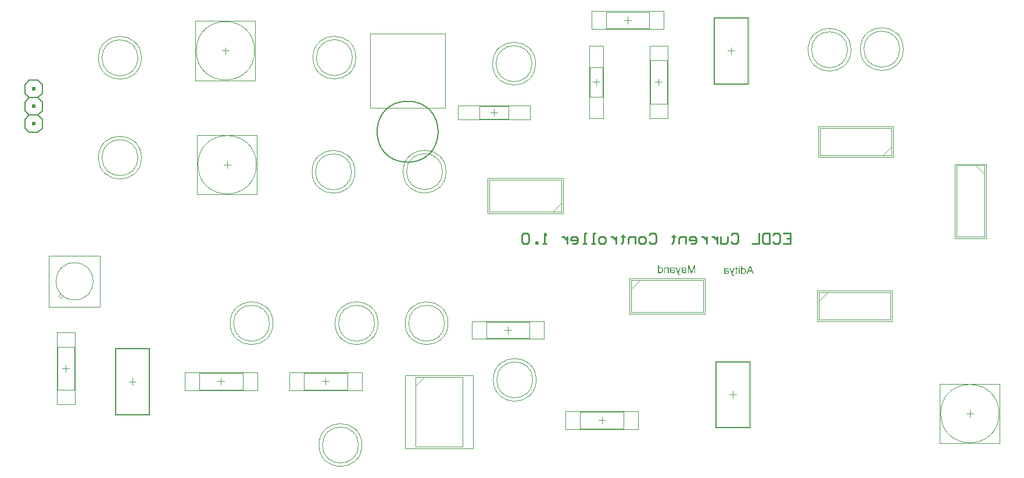
<source format=gbo>
G04*
G04 #@! TF.GenerationSoftware,Altium Limited,Altium Designer,21.2.2 (38)*
G04*
G04 Layer_Color=32896*
%FSLAX25Y25*%
%MOIN*%
G70*
G04*
G04 #@! TF.SameCoordinates,821FD0D4-0334-4DB9-88A1-7179C856D29A*
G04*
G04*
G04 #@! TF.FilePolarity,Positive*
G04*
G01*
G75*
%ADD10C,0.00787*%
%ADD12C,0.00394*%
%ADD13C,0.01000*%
%ADD16C,0.00600*%
%ADD17C,0.00197*%
G36*
X219000Y423500D02*
X217000D01*
Y425500D01*
X219000D01*
Y423500D01*
D02*
G37*
G36*
Y413500D02*
X217000D01*
Y415500D01*
X219000D01*
Y413500D01*
D02*
G37*
G36*
Y403500D02*
X217000D01*
Y405500D01*
X219000D01*
Y403500D01*
D02*
G37*
G36*
X622913Y322171D02*
X622362D01*
Y322800D01*
X622913D01*
Y322171D01*
D02*
G37*
G36*
X591111Y322133D02*
X591247Y322120D01*
X591376Y322101D01*
X591480Y322081D01*
X591571Y322062D01*
X591636Y322042D01*
X591662Y322036D01*
X591681Y322029D01*
X591687Y322023D01*
X591694D01*
X591804Y321978D01*
X591901Y321919D01*
X591986Y321867D01*
X592057Y321816D01*
X592109Y321764D01*
X592147Y321725D01*
X592173Y321699D01*
X592180Y321693D01*
X592238Y321608D01*
X592290Y321518D01*
X592329Y321427D01*
X592361Y321343D01*
X592387Y321258D01*
X592407Y321200D01*
X592413Y321174D01*
Y321155D01*
X592420Y321148D01*
Y321142D01*
X591882Y321071D01*
X591843Y321187D01*
X591804Y321291D01*
X591759Y321375D01*
X591720Y321440D01*
X591681Y321492D01*
X591649Y321524D01*
X591623Y321544D01*
X591616Y321550D01*
X591538Y321595D01*
X591448Y321628D01*
X591351Y321654D01*
X591260Y321667D01*
X591169Y321680D01*
X591104Y321686D01*
X591039D01*
X590890Y321680D01*
X590761Y321660D01*
X590657Y321628D01*
X590566Y321595D01*
X590502Y321556D01*
X590450Y321531D01*
X590417Y321505D01*
X590411Y321498D01*
X590359Y321440D01*
X590320Y321369D01*
X590288Y321291D01*
X590268Y321213D01*
X590255Y321142D01*
X590249Y321077D01*
Y321038D01*
Y321032D01*
Y321025D01*
Y321012D01*
Y320986D01*
Y320941D01*
X590255Y320902D01*
Y320889D01*
Y320883D01*
X590320Y320863D01*
X590391Y320844D01*
X590541Y320805D01*
X590709Y320772D01*
X590865Y320740D01*
X590942Y320727D01*
X591013Y320721D01*
X591078Y320708D01*
X591130Y320701D01*
X591176Y320695D01*
X591208D01*
X591234Y320688D01*
X591240D01*
X591357Y320675D01*
X591454Y320656D01*
X591538Y320643D01*
X591603Y320630D01*
X591655Y320623D01*
X591694Y320610D01*
X591720Y320604D01*
X591726D01*
X591811Y320578D01*
X591882Y320552D01*
X591953Y320520D01*
X592011Y320494D01*
X592063Y320468D01*
X592096Y320442D01*
X592122Y320429D01*
X592128Y320423D01*
X592193Y320377D01*
X592245Y320325D01*
X592297Y320273D01*
X592335Y320222D01*
X592368Y320176D01*
X592394Y320137D01*
X592407Y320111D01*
X592413Y320105D01*
X592446Y320034D01*
X592472Y319956D01*
X592491Y319885D01*
X592504Y319813D01*
X592510Y319755D01*
X592517Y319710D01*
Y319684D01*
Y319671D01*
X592510Y319593D01*
X592504Y319528D01*
X592472Y319392D01*
X592426Y319282D01*
X592374Y319185D01*
X592322Y319107D01*
X592277Y319049D01*
X592245Y319016D01*
X592232Y319003D01*
X592115Y318919D01*
X591986Y318854D01*
X591843Y318809D01*
X591713Y318777D01*
X591597Y318757D01*
X591545Y318751D01*
X591500D01*
X591461Y318744D01*
X591409D01*
X591292Y318751D01*
X591176Y318764D01*
X591072Y318777D01*
X590981Y318796D01*
X590910Y318815D01*
X590851Y318835D01*
X590813Y318841D01*
X590800Y318848D01*
X590690Y318893D01*
X590586Y318952D01*
X590489Y319016D01*
X590391Y319075D01*
X590314Y319133D01*
X590255Y319178D01*
X590216Y319211D01*
X590210Y319224D01*
X590204D01*
X590191Y319139D01*
X590178Y319062D01*
X590165Y318990D01*
X590145Y318932D01*
X590126Y318880D01*
X590113Y318848D01*
X590106Y318822D01*
X590100Y318815D01*
X589523D01*
X589556Y318887D01*
X589588Y318958D01*
X589614Y319023D01*
X589627Y319081D01*
X589646Y319133D01*
X589653Y319172D01*
X589659Y319198D01*
Y319204D01*
X589666Y319250D01*
X589672Y319308D01*
Y319373D01*
X589679Y319444D01*
X589685Y319606D01*
Y319768D01*
X589692Y319923D01*
Y319995D01*
Y320053D01*
Y320105D01*
Y320144D01*
Y320170D01*
Y320176D01*
Y320915D01*
Y321038D01*
X589698Y321148D01*
X589705Y321233D01*
Y321304D01*
X589711Y321356D01*
X589717Y321394D01*
X589724Y321414D01*
Y321420D01*
X589743Y321505D01*
X589769Y321576D01*
X589795Y321634D01*
X589828Y321693D01*
X589854Y321731D01*
X589873Y321764D01*
X589886Y321783D01*
X589892Y321790D01*
X589944Y321842D01*
X590003Y321893D01*
X590067Y321932D01*
X590132Y321971D01*
X590191Y321997D01*
X590236Y322017D01*
X590268Y322029D01*
X590281Y322036D01*
X590385Y322068D01*
X590495Y322094D01*
X590605Y322114D01*
X590715Y322127D01*
X590813Y322133D01*
X590884Y322140D01*
X590955D01*
X591111Y322133D01*
D02*
G37*
G36*
X584488D02*
X584624Y322120D01*
X584754Y322101D01*
X584858Y322081D01*
X584948Y322062D01*
X585013Y322042D01*
X585039Y322036D01*
X585058Y322029D01*
X585065Y322023D01*
X585071D01*
X585182Y321978D01*
X585279Y321919D01*
X585363Y321867D01*
X585434Y321816D01*
X585486Y321764D01*
X585525Y321725D01*
X585551Y321699D01*
X585557Y321693D01*
X585616Y321608D01*
X585668Y321518D01*
X585706Y321427D01*
X585739Y321343D01*
X585765Y321258D01*
X585784Y321200D01*
X585791Y321174D01*
Y321155D01*
X585797Y321148D01*
Y321142D01*
X585259Y321071D01*
X585220Y321187D01*
X585182Y321291D01*
X585136Y321375D01*
X585097Y321440D01*
X585058Y321492D01*
X585026Y321524D01*
X585000Y321544D01*
X584994Y321550D01*
X584916Y321595D01*
X584825Y321628D01*
X584728Y321654D01*
X584637Y321667D01*
X584547Y321680D01*
X584482Y321686D01*
X584417D01*
X584268Y321680D01*
X584138Y321660D01*
X584035Y321628D01*
X583944Y321595D01*
X583879Y321556D01*
X583827Y321531D01*
X583795Y321505D01*
X583788Y321498D01*
X583737Y321440D01*
X583698Y321369D01*
X583665Y321291D01*
X583646Y321213D01*
X583633Y321142D01*
X583626Y321077D01*
Y321038D01*
Y321032D01*
Y321025D01*
Y321012D01*
Y320986D01*
Y320941D01*
X583633Y320902D01*
Y320889D01*
Y320883D01*
X583698Y320863D01*
X583769Y320844D01*
X583918Y320805D01*
X584086Y320772D01*
X584242Y320740D01*
X584320Y320727D01*
X584391Y320721D01*
X584456Y320708D01*
X584508Y320701D01*
X584553Y320695D01*
X584585D01*
X584611Y320688D01*
X584618D01*
X584734Y320675D01*
X584832Y320656D01*
X584916Y320643D01*
X584981Y320630D01*
X585033Y320623D01*
X585071Y320610D01*
X585097Y320604D01*
X585104D01*
X585188Y320578D01*
X585259Y320552D01*
X585331Y320520D01*
X585389Y320494D01*
X585441Y320468D01*
X585473Y320442D01*
X585499Y320429D01*
X585505Y320423D01*
X585570Y320377D01*
X585622Y320325D01*
X585674Y320273D01*
X585713Y320222D01*
X585745Y320176D01*
X585771Y320137D01*
X585784Y320111D01*
X585791Y320105D01*
X585823Y320034D01*
X585849Y319956D01*
X585868Y319885D01*
X585881Y319813D01*
X585888Y319755D01*
X585894Y319710D01*
Y319684D01*
Y319671D01*
X585888Y319593D01*
X585881Y319528D01*
X585849Y319392D01*
X585804Y319282D01*
X585752Y319185D01*
X585700Y319107D01*
X585655Y319049D01*
X585622Y319016D01*
X585609Y319003D01*
X585493Y318919D01*
X585363Y318854D01*
X585220Y318809D01*
X585091Y318777D01*
X584974Y318757D01*
X584922Y318751D01*
X584877D01*
X584838Y318744D01*
X584786D01*
X584670Y318751D01*
X584553Y318764D01*
X584449Y318777D01*
X584359Y318796D01*
X584287Y318815D01*
X584229Y318835D01*
X584190Y318841D01*
X584177Y318848D01*
X584067Y318893D01*
X583963Y318952D01*
X583866Y319016D01*
X583769Y319075D01*
X583691Y319133D01*
X583633Y319178D01*
X583594Y319211D01*
X583587Y319224D01*
X583581D01*
X583568Y319139D01*
X583555Y319062D01*
X583542Y318990D01*
X583523Y318932D01*
X583503Y318880D01*
X583490Y318848D01*
X583484Y318822D01*
X583477Y318815D01*
X582901D01*
X582933Y318887D01*
X582965Y318958D01*
X582991Y319023D01*
X583004Y319081D01*
X583024Y319133D01*
X583030Y319172D01*
X583037Y319198D01*
Y319204D01*
X583043Y319250D01*
X583050Y319308D01*
Y319373D01*
X583056Y319444D01*
X583063Y319606D01*
Y319768D01*
X583069Y319923D01*
Y319995D01*
Y320053D01*
Y320105D01*
Y320144D01*
Y320170D01*
Y320176D01*
Y320915D01*
Y321038D01*
X583076Y321148D01*
X583082Y321233D01*
Y321304D01*
X583088Y321356D01*
X583095Y321394D01*
X583101Y321414D01*
Y321420D01*
X583121Y321505D01*
X583147Y321576D01*
X583173Y321634D01*
X583205Y321693D01*
X583231Y321731D01*
X583251Y321764D01*
X583263Y321783D01*
X583270Y321790D01*
X583322Y321842D01*
X583380Y321893D01*
X583445Y321932D01*
X583510Y321971D01*
X583568Y321997D01*
X583613Y322017D01*
X583646Y322029D01*
X583659Y322036D01*
X583762Y322068D01*
X583873Y322094D01*
X583983Y322114D01*
X584093Y322127D01*
X584190Y322133D01*
X584261Y322140D01*
X584333D01*
X584488Y322133D01*
D02*
G37*
G36*
X615422Y321633D02*
X615558Y321620D01*
X615688Y321601D01*
X615791Y321581D01*
X615882Y321562D01*
X615947Y321543D01*
X615973Y321536D01*
X615992Y321530D01*
X615999Y321523D01*
X616005D01*
X616115Y321478D01*
X616213Y321419D01*
X616297Y321368D01*
X616368Y321316D01*
X616420Y321264D01*
X616459Y321225D01*
X616485Y321199D01*
X616491Y321193D01*
X616550Y321108D01*
X616601Y321018D01*
X616640Y320927D01*
X616673Y320843D01*
X616699Y320758D01*
X616718Y320700D01*
X616725Y320674D01*
Y320655D01*
X616731Y320648D01*
Y320642D01*
X616193Y320570D01*
X616154Y320687D01*
X616115Y320791D01*
X616070Y320875D01*
X616031Y320940D01*
X615992Y320992D01*
X615960Y321024D01*
X615934Y321043D01*
X615928Y321050D01*
X615850Y321095D01*
X615759Y321128D01*
X615662Y321154D01*
X615571Y321167D01*
X615480Y321180D01*
X615416Y321186D01*
X615351D01*
X615202Y321180D01*
X615072Y321160D01*
X614968Y321128D01*
X614878Y321095D01*
X614813Y321057D01*
X614761Y321031D01*
X614729Y321005D01*
X614722Y320998D01*
X614670Y320940D01*
X614632Y320869D01*
X614599Y320791D01*
X614580Y320713D01*
X614567Y320642D01*
X614560Y320577D01*
Y320538D01*
Y320532D01*
Y320525D01*
Y320512D01*
Y320486D01*
Y320441D01*
X614567Y320402D01*
Y320389D01*
Y320383D01*
X614632Y320363D01*
X614703Y320344D01*
X614852Y320305D01*
X615020Y320272D01*
X615176Y320240D01*
X615254Y320227D01*
X615325Y320221D01*
X615390Y320208D01*
X615442Y320201D01*
X615487Y320195D01*
X615519D01*
X615545Y320188D01*
X615552D01*
X615668Y320175D01*
X615765Y320156D01*
X615850Y320143D01*
X615915Y320130D01*
X615966Y320123D01*
X616005Y320110D01*
X616031Y320104D01*
X616038D01*
X616122Y320078D01*
X616193Y320052D01*
X616264Y320020D01*
X616323Y319994D01*
X616375Y319968D01*
X616407Y319942D01*
X616433Y319929D01*
X616439Y319922D01*
X616504Y319877D01*
X616556Y319825D01*
X616608Y319773D01*
X616647Y319722D01*
X616679Y319676D01*
X616705Y319637D01*
X616718Y319611D01*
X616725Y319605D01*
X616757Y319534D01*
X616783Y319456D01*
X616802Y319385D01*
X616815Y319313D01*
X616822Y319255D01*
X616828Y319210D01*
Y319184D01*
Y319171D01*
X616822Y319093D01*
X616815Y319028D01*
X616783Y318892D01*
X616738Y318782D01*
X616686Y318685D01*
X616634Y318607D01*
X616588Y318549D01*
X616556Y318516D01*
X616543Y318503D01*
X616427Y318419D01*
X616297Y318354D01*
X616154Y318309D01*
X616025Y318277D01*
X615908Y318257D01*
X615856Y318251D01*
X615811D01*
X615772Y318244D01*
X615720D01*
X615603Y318251D01*
X615487Y318264D01*
X615383Y318277D01*
X615293Y318296D01*
X615221Y318315D01*
X615163Y318335D01*
X615124Y318341D01*
X615111Y318348D01*
X615001Y318393D01*
X614897Y318451D01*
X614800Y318516D01*
X614703Y318575D01*
X614625Y318633D01*
X614567Y318678D01*
X614528Y318711D01*
X614521Y318724D01*
X614515D01*
X614502Y318639D01*
X614489Y318562D01*
X614476Y318490D01*
X614457Y318432D01*
X614437Y318380D01*
X614424Y318348D01*
X614418Y318322D01*
X614411Y318315D01*
X613834D01*
X613867Y318387D01*
X613899Y318458D01*
X613925Y318523D01*
X613938Y318581D01*
X613958Y318633D01*
X613964Y318672D01*
X613971Y318698D01*
Y318704D01*
X613977Y318750D01*
X613983Y318808D01*
Y318873D01*
X613990Y318944D01*
X613997Y319106D01*
Y319268D01*
X614003Y319424D01*
Y319495D01*
Y319553D01*
Y319605D01*
Y319644D01*
Y319670D01*
Y319676D01*
Y320415D01*
Y320538D01*
X614009Y320648D01*
X614016Y320732D01*
Y320804D01*
X614022Y320856D01*
X614029Y320895D01*
X614035Y320914D01*
Y320920D01*
X614055Y321005D01*
X614081Y321076D01*
X614107Y321134D01*
X614139Y321193D01*
X614165Y321231D01*
X614184Y321264D01*
X614197Y321283D01*
X614204Y321290D01*
X614256Y321342D01*
X614314Y321393D01*
X614379Y321432D01*
X614444Y321471D01*
X614502Y321497D01*
X614547Y321517D01*
X614580Y321530D01*
X614593Y321536D01*
X614696Y321568D01*
X614807Y321594D01*
X614917Y321614D01*
X615027Y321627D01*
X615124Y321633D01*
X615195Y321640D01*
X615267D01*
X615422Y321633D01*
D02*
G37*
G36*
X597500Y318815D02*
X596930D01*
Y322632D01*
X595634Y318815D01*
X595102D01*
X593793Y322567D01*
Y318815D01*
X593223D01*
Y323300D01*
X594020D01*
X595096Y320176D01*
X595154Y320008D01*
X595200Y319865D01*
X595245Y319742D01*
X595277Y319638D01*
X595303Y319561D01*
X595323Y319502D01*
X595329Y319470D01*
X595336Y319457D01*
X595362Y319548D01*
X595394Y319651D01*
X595433Y319761D01*
X595465Y319872D01*
X595498Y319969D01*
X595524Y320047D01*
X595537Y320079D01*
X595543Y320098D01*
X595549Y320111D01*
Y320118D01*
X596612Y323300D01*
X597500D01*
Y318815D01*
D02*
G37*
G36*
X587929D02*
X587955Y318757D01*
X587968Y318712D01*
X587981Y318686D01*
Y318679D01*
X588020Y318569D01*
X588059Y318478D01*
X588085Y318401D01*
X588110Y318349D01*
X588123Y318310D01*
X588136Y318284D01*
X588149Y318271D01*
Y318265D01*
X588201Y318193D01*
X588260Y318142D01*
X588285Y318122D01*
X588305Y318109D01*
X588318Y318096D01*
X588324D01*
X588370Y318077D01*
X588415Y318057D01*
X588512Y318038D01*
X588551D01*
X588584Y318031D01*
X588616D01*
X588720Y318038D01*
X588823Y318057D01*
X588862Y318070D01*
X588895Y318077D01*
X588920Y318083D01*
X588927D01*
X588869Y317571D01*
X588797Y317545D01*
X588733Y317532D01*
X588674Y317519D01*
X588622Y317507D01*
X588577D01*
X588545Y317500D01*
X588519D01*
X588421Y317507D01*
X588337Y317519D01*
X588260Y317539D01*
X588195Y317565D01*
X588136Y317591D01*
X588097Y317610D01*
X588072Y317623D01*
X588065Y317630D01*
X587994Y317681D01*
X587935Y317746D01*
X587877Y317811D01*
X587825Y317876D01*
X587786Y317934D01*
X587754Y317980D01*
X587735Y318012D01*
X587728Y318025D01*
X587709Y318070D01*
X587683Y318116D01*
X587631Y318226D01*
X587579Y318349D01*
X587534Y318472D01*
X587488Y318582D01*
X587469Y318634D01*
X587450Y318679D01*
X587437Y318712D01*
X587424Y318738D01*
X587417Y318757D01*
Y318764D01*
X586179Y322068D01*
X586730D01*
X587430Y320170D01*
X587482Y320034D01*
X587521Y319904D01*
X587566Y319775D01*
X587599Y319664D01*
X587625Y319567D01*
X587637Y319528D01*
X587644Y319496D01*
X587650Y319470D01*
X587657Y319450D01*
X587663Y319438D01*
Y319431D01*
X587702Y319580D01*
X587741Y319716D01*
X587780Y319846D01*
X587819Y319956D01*
X587851Y320047D01*
X587864Y320086D01*
X587877Y320118D01*
X587884Y320150D01*
X587890Y320170D01*
X587897Y320176D01*
Y320183D01*
X588577Y322068D01*
X589160D01*
X587929Y318815D01*
D02*
G37*
G36*
X618863Y318315D02*
X618889Y318257D01*
X618902Y318212D01*
X618915Y318186D01*
Y318179D01*
X618954Y318069D01*
X618993Y317979D01*
X619019Y317901D01*
X619044Y317849D01*
X619057Y317810D01*
X619070Y317784D01*
X619083Y317771D01*
Y317765D01*
X619135Y317693D01*
X619193Y317641D01*
X619219Y317622D01*
X619239Y317609D01*
X619252Y317596D01*
X619258D01*
X619304Y317577D01*
X619349Y317557D01*
X619446Y317538D01*
X619485D01*
X619517Y317531D01*
X619550D01*
X619654Y317538D01*
X619757Y317557D01*
X619796Y317570D01*
X619829Y317577D01*
X619854Y317583D01*
X619861D01*
X619803Y317071D01*
X619731Y317045D01*
X619666Y317032D01*
X619608Y317019D01*
X619556Y317006D01*
X619511D01*
X619479Y317000D01*
X619453D01*
X619355Y317006D01*
X619271Y317019D01*
X619193Y317039D01*
X619129Y317065D01*
X619070Y317091D01*
X619031Y317110D01*
X619005Y317123D01*
X618999Y317130D01*
X618928Y317181D01*
X618869Y317246D01*
X618811Y317311D01*
X618759Y317376D01*
X618720Y317434D01*
X618688Y317479D01*
X618669Y317512D01*
X618662Y317525D01*
X618643Y317570D01*
X618617Y317616D01*
X618565Y317726D01*
X618513Y317849D01*
X618468Y317972D01*
X618422Y318082D01*
X618403Y318134D01*
X618383Y318179D01*
X618370Y318212D01*
X618358Y318238D01*
X618351Y318257D01*
Y318264D01*
X617113Y321568D01*
X617664D01*
X618364Y319670D01*
X618416Y319534D01*
X618455Y319404D01*
X618500Y319274D01*
X618533Y319164D01*
X618558Y319067D01*
X618571Y319028D01*
X618578Y318996D01*
X618584Y318970D01*
X618591Y318951D01*
X618597Y318937D01*
Y318931D01*
X618636Y319080D01*
X618675Y319216D01*
X618714Y319346D01*
X618753Y319456D01*
X618785Y319547D01*
X618798Y319585D01*
X618811Y319618D01*
X618818Y319650D01*
X618824Y319670D01*
X618831Y319676D01*
Y319683D01*
X619511Y321568D01*
X620094D01*
X618863Y318315D01*
D02*
G37*
G36*
X580821Y322133D02*
X580937Y322114D01*
X581041Y322088D01*
X581145Y322055D01*
X581235Y322017D01*
X581319Y321971D01*
X581397Y321919D01*
X581462Y321874D01*
X581527Y321822D01*
X581579Y321770D01*
X581624Y321725D01*
X581663Y321686D01*
X581689Y321654D01*
X581708Y321628D01*
X581721Y321608D01*
X581728Y321602D01*
Y322068D01*
X582220D01*
Y318815D01*
X581669D01*
Y320585D01*
Y320695D01*
X581656Y320805D01*
X581643Y320896D01*
X581631Y320980D01*
X581611Y321058D01*
X581592Y321129D01*
X581566Y321194D01*
X581540Y321245D01*
X581520Y321291D01*
X581494Y321330D01*
X581475Y321362D01*
X581456Y321388D01*
X581430Y321420D01*
X581417Y321433D01*
X581319Y321511D01*
X581216Y321563D01*
X581112Y321602D01*
X581021Y321634D01*
X580937Y321647D01*
X580872Y321654D01*
X580846Y321660D01*
X580814D01*
X580736Y321654D01*
X580658Y321647D01*
X580594Y321628D01*
X580542Y321608D01*
X580497Y321589D01*
X580458Y321576D01*
X580438Y321563D01*
X580432Y321556D01*
X580373Y321518D01*
X580322Y321472D01*
X580283Y321427D01*
X580250Y321388D01*
X580231Y321349D01*
X580211Y321317D01*
X580198Y321297D01*
Y321291D01*
X580179Y321219D01*
X580160Y321142D01*
X580147Y321058D01*
X580140Y320973D01*
X580134Y320902D01*
Y320844D01*
Y320798D01*
Y320792D01*
Y320785D01*
Y318815D01*
X579583D01*
Y320811D01*
Y320947D01*
X579589Y321058D01*
X579596Y321148D01*
Y321226D01*
X579602Y321278D01*
X579609Y321317D01*
X579615Y321343D01*
Y321349D01*
X579635Y321433D01*
X579667Y321511D01*
X579693Y321576D01*
X579719Y321641D01*
X579751Y321686D01*
X579771Y321719D01*
X579784Y321744D01*
X579790Y321751D01*
X579842Y321816D01*
X579900Y321867D01*
X579959Y321919D01*
X580023Y321958D01*
X580075Y321991D01*
X580121Y322010D01*
X580147Y322023D01*
X580160Y322029D01*
X580250Y322068D01*
X580347Y322094D01*
X580438Y322114D01*
X580522Y322127D01*
X580594Y322133D01*
X580646Y322140D01*
X580697D01*
X580821Y322133D01*
D02*
G37*
G36*
X621429Y322372D02*
Y321568D01*
X621837D01*
Y321141D01*
X621429D01*
Y319262D01*
Y319171D01*
Y319093D01*
X621423Y319022D01*
X621416Y318951D01*
Y318892D01*
X621410Y318840D01*
X621397Y318756D01*
X621384Y318691D01*
X621377Y318646D01*
X621364Y318620D01*
Y318614D01*
X621338Y318555D01*
X621299Y318510D01*
X621261Y318464D01*
X621228Y318432D01*
X621189Y318400D01*
X621163Y318380D01*
X621144Y318367D01*
X621137Y318361D01*
X621066Y318328D01*
X620995Y318309D01*
X620917Y318289D01*
X620839Y318283D01*
X620775Y318277D01*
X620723Y318270D01*
X620671D01*
X620528Y318277D01*
X620457Y318283D01*
X620392Y318296D01*
X620334Y318302D01*
X620289Y318309D01*
X620263Y318315D01*
X620250D01*
X620321Y318801D01*
X620373Y318795D01*
X620425Y318789D01*
X620470D01*
X620502Y318782D01*
X620567D01*
X620651Y318789D01*
X620710Y318801D01*
X620742Y318814D01*
X620755Y318821D01*
X620800Y318853D01*
X620826Y318886D01*
X620846Y318912D01*
X620852Y318925D01*
X620859Y318957D01*
X620865Y319002D01*
X620872Y319106D01*
X620878Y319151D01*
Y319190D01*
Y319216D01*
Y319229D01*
Y321141D01*
X620321D01*
Y321568D01*
X620878D01*
Y322702D01*
X621429Y322372D01*
D02*
G37*
G36*
X576673Y321693D02*
X576732Y321764D01*
X576796Y321822D01*
X576855Y321881D01*
X576920Y321926D01*
X576971Y321958D01*
X577010Y321991D01*
X577036Y322004D01*
X577049Y322010D01*
X577133Y322055D01*
X577224Y322088D01*
X577315Y322107D01*
X577399Y322127D01*
X577470Y322133D01*
X577522Y322140D01*
X577574D01*
X577717Y322133D01*
X577853Y322107D01*
X577976Y322075D01*
X578079Y322036D01*
X578170Y321991D01*
X578235Y321958D01*
X578261Y321945D01*
X578280Y321932D01*
X578287Y321926D01*
X578293D01*
X578410Y321842D01*
X578507Y321738D01*
X578591Y321641D01*
X578656Y321544D01*
X578708Y321453D01*
X578747Y321381D01*
X578760Y321356D01*
X578773Y321336D01*
X578779Y321323D01*
Y321317D01*
X578831Y321168D01*
X578870Y321012D01*
X578902Y320863D01*
X578922Y320727D01*
X578935Y320610D01*
Y320559D01*
X578941Y320520D01*
Y320481D01*
Y320455D01*
Y320442D01*
Y320435D01*
X578935Y320254D01*
X578915Y320086D01*
X578883Y319936D01*
X578851Y319807D01*
X578838Y319749D01*
X578825Y319703D01*
X578805Y319658D01*
X578792Y319619D01*
X578779Y319593D01*
X578773Y319574D01*
X578766Y319561D01*
Y319554D01*
X578695Y319418D01*
X578611Y319301D01*
X578527Y319198D01*
X578442Y319113D01*
X578371Y319049D01*
X578313Y318997D01*
X578274Y318971D01*
X578267Y318958D01*
X578261D01*
X578138Y318887D01*
X578015Y318835D01*
X577891Y318796D01*
X577781Y318770D01*
X577691Y318757D01*
X577613Y318751D01*
X577587Y318744D01*
X577548D01*
X577438Y318751D01*
X577334Y318764D01*
X577237Y318790D01*
X577153Y318822D01*
X577069Y318854D01*
X576991Y318893D01*
X576926Y318939D01*
X576868Y318984D01*
X576809Y319029D01*
X576764Y319075D01*
X576725Y319113D01*
X576693Y319146D01*
X576667Y319178D01*
X576647Y319204D01*
X576641Y319217D01*
X576634Y319224D01*
Y318815D01*
X576123D01*
Y323300D01*
X576673D01*
Y321693D01*
D02*
G37*
G36*
X631000Y318315D02*
X630371D01*
X629885Y319676D01*
X628006D01*
X627481Y318315D01*
X626807D01*
X628641Y322800D01*
X629289D01*
X631000Y318315D01*
D02*
G37*
G36*
X622913D02*
X622362D01*
Y321568D01*
X622913D01*
Y318315D01*
D02*
G37*
G36*
X624339Y321193D02*
X624397Y321264D01*
X624462Y321322D01*
X624520Y321380D01*
X624585Y321426D01*
X624637Y321458D01*
X624676Y321491D01*
X624701Y321504D01*
X624714Y321510D01*
X624799Y321555D01*
X624889Y321588D01*
X624980Y321607D01*
X625064Y321627D01*
X625136Y321633D01*
X625187Y321640D01*
X625239D01*
X625382Y321633D01*
X625518Y321607D01*
X625641Y321575D01*
X625745Y321536D01*
X625835Y321491D01*
X625900Y321458D01*
X625926Y321445D01*
X625946Y321432D01*
X625952Y321426D01*
X625959D01*
X626075Y321342D01*
X626172Y321238D01*
X626257Y321141D01*
X626321Y321043D01*
X626373Y320953D01*
X626412Y320882D01*
X626425Y320856D01*
X626438Y320836D01*
X626445Y320823D01*
Y320817D01*
X626496Y320668D01*
X626535Y320512D01*
X626568Y320363D01*
X626587Y320227D01*
X626600Y320110D01*
Y320059D01*
X626607Y320020D01*
Y319981D01*
Y319955D01*
Y319942D01*
Y319935D01*
X626600Y319754D01*
X626581Y319585D01*
X626548Y319437D01*
X626516Y319307D01*
X626503Y319249D01*
X626490Y319203D01*
X626471Y319158D01*
X626458Y319119D01*
X626445Y319093D01*
X626438Y319074D01*
X626432Y319061D01*
Y319054D01*
X626360Y318918D01*
X626276Y318801D01*
X626192Y318698D01*
X626108Y318614D01*
X626036Y318549D01*
X625978Y318497D01*
X625939Y318471D01*
X625933Y318458D01*
X625926D01*
X625803Y318387D01*
X625680Y318335D01*
X625557Y318296D01*
X625447Y318270D01*
X625356Y318257D01*
X625278Y318251D01*
X625252Y318244D01*
X625213D01*
X625103Y318251D01*
X625000Y318264D01*
X624902Y318289D01*
X624818Y318322D01*
X624734Y318354D01*
X624656Y318393D01*
X624591Y318439D01*
X624533Y318484D01*
X624475Y318529D01*
X624429Y318575D01*
X624390Y318614D01*
X624358Y318646D01*
X624332Y318678D01*
X624313Y318704D01*
X624306Y318717D01*
X624300Y318724D01*
Y318315D01*
X623788D01*
Y322800D01*
X624339D01*
Y321193D01*
D02*
G37*
%LPC*%
G36*
X590255Y320448D02*
X590249D01*
X590255Y320241D01*
X590262Y320111D01*
X590268Y320001D01*
X590281Y319911D01*
X590301Y319833D01*
X590320Y319775D01*
X590333Y319729D01*
X590340Y319703D01*
X590346Y319697D01*
X590398Y319613D01*
X590450Y319535D01*
X590515Y319470D01*
X590573Y319418D01*
X590625Y319373D01*
X590670Y319340D01*
X590696Y319321D01*
X590709Y319314D01*
X590806Y319269D01*
X590903Y319237D01*
X590994Y319211D01*
X591085Y319198D01*
X591156Y319185D01*
X591221Y319178D01*
X591273D01*
X591389Y319185D01*
X591487Y319198D01*
X591571Y319224D01*
X591642Y319250D01*
X591694Y319275D01*
X591733Y319301D01*
X591759Y319314D01*
X591765Y319321D01*
X591817Y319379D01*
X591856Y319444D01*
X591888Y319502D01*
X591908Y319561D01*
X591921Y319613D01*
X591927Y319651D01*
Y319684D01*
Y319690D01*
X591921Y319742D01*
X591914Y319794D01*
X591901Y319833D01*
X591888Y319872D01*
X591875Y319904D01*
X591869Y319930D01*
X591856Y319943D01*
Y319949D01*
X591791Y320027D01*
X591713Y320079D01*
X591687Y320098D01*
X591662Y320111D01*
X591642Y320124D01*
X591636D01*
X591571Y320150D01*
X591500Y320170D01*
X591422Y320189D01*
X591344Y320202D01*
X591273Y320215D01*
X591208Y320228D01*
X591169Y320235D01*
X591156D01*
X591046Y320254D01*
X590942Y320267D01*
X590851Y320286D01*
X590761Y320306D01*
X590677Y320325D01*
X590605Y320345D01*
X590534Y320358D01*
X590476Y320377D01*
X590424Y320390D01*
X590379Y320403D01*
X590340Y320416D01*
X590307Y320429D01*
X590281Y320435D01*
X590262Y320442D01*
X590255Y320448D01*
D02*
G37*
G36*
X583633D02*
X583626D01*
X583633Y320241D01*
X583639Y320111D01*
X583646Y320001D01*
X583659Y319911D01*
X583678Y319833D01*
X583698Y319775D01*
X583711Y319729D01*
X583717Y319703D01*
X583723Y319697D01*
X583775Y319613D01*
X583827Y319535D01*
X583892Y319470D01*
X583950Y319418D01*
X584002Y319373D01*
X584048Y319340D01*
X584073Y319321D01*
X584086Y319314D01*
X584184Y319269D01*
X584281Y319237D01*
X584372Y319211D01*
X584462Y319198D01*
X584534Y319185D01*
X584598Y319178D01*
X584650D01*
X584767Y319185D01*
X584864Y319198D01*
X584948Y319224D01*
X585019Y319250D01*
X585071Y319275D01*
X585110Y319301D01*
X585136Y319314D01*
X585143Y319321D01*
X585194Y319379D01*
X585233Y319444D01*
X585266Y319502D01*
X585285Y319561D01*
X585298Y319613D01*
X585305Y319651D01*
Y319684D01*
Y319690D01*
X585298Y319742D01*
X585292Y319794D01*
X585279Y319833D01*
X585266Y319872D01*
X585253Y319904D01*
X585246Y319930D01*
X585233Y319943D01*
Y319949D01*
X585169Y320027D01*
X585091Y320079D01*
X585065Y320098D01*
X585039Y320111D01*
X585019Y320124D01*
X585013D01*
X584948Y320150D01*
X584877Y320170D01*
X584799Y320189D01*
X584721Y320202D01*
X584650Y320215D01*
X584585Y320228D01*
X584547Y320235D01*
X584534D01*
X584423Y320254D01*
X584320Y320267D01*
X584229Y320286D01*
X584138Y320306D01*
X584054Y320325D01*
X583983Y320345D01*
X583911Y320358D01*
X583853Y320377D01*
X583801Y320390D01*
X583756Y320403D01*
X583717Y320416D01*
X583685Y320429D01*
X583659Y320435D01*
X583639Y320442D01*
X583633Y320448D01*
D02*
G37*
G36*
X614567Y319948D02*
X614560D01*
X614567Y319741D01*
X614573Y319611D01*
X614580Y319501D01*
X614593Y319411D01*
X614612Y319333D01*
X614632Y319274D01*
X614644Y319229D01*
X614651Y319203D01*
X614657Y319197D01*
X614709Y319112D01*
X614761Y319035D01*
X614826Y318970D01*
X614884Y318918D01*
X614936Y318873D01*
X614981Y318840D01*
X615007Y318821D01*
X615020Y318814D01*
X615118Y318769D01*
X615215Y318737D01*
X615305Y318711D01*
X615396Y318698D01*
X615467Y318685D01*
X615532Y318678D01*
X615584D01*
X615701Y318685D01*
X615798Y318698D01*
X615882Y318724D01*
X615953Y318750D01*
X616005Y318776D01*
X616044Y318801D01*
X616070Y318814D01*
X616077Y318821D01*
X616128Y318879D01*
X616167Y318944D01*
X616200Y319002D01*
X616219Y319061D01*
X616232Y319112D01*
X616239Y319151D01*
Y319184D01*
Y319190D01*
X616232Y319242D01*
X616226Y319294D01*
X616213Y319333D01*
X616200Y319372D01*
X616187Y319404D01*
X616180Y319430D01*
X616167Y319443D01*
Y319449D01*
X616103Y319527D01*
X616025Y319579D01*
X615999Y319599D01*
X615973Y319611D01*
X615953Y319624D01*
X615947D01*
X615882Y319650D01*
X615811Y319670D01*
X615733Y319689D01*
X615655Y319702D01*
X615584Y319715D01*
X615519Y319728D01*
X615480Y319735D01*
X615467D01*
X615357Y319754D01*
X615254Y319767D01*
X615163Y319786D01*
X615072Y319806D01*
X614988Y319825D01*
X614917Y319845D01*
X614845Y319858D01*
X614787Y319877D01*
X614735Y319890D01*
X614690Y319903D01*
X614651Y319916D01*
X614619Y319929D01*
X614593Y319935D01*
X614573Y319942D01*
X614567Y319948D01*
D02*
G37*
G36*
X577548Y321686D02*
X577516D01*
X577444Y321680D01*
X577380Y321673D01*
X577256Y321634D01*
X577146Y321589D01*
X577056Y321531D01*
X576984Y321472D01*
X576926Y321420D01*
X576894Y321381D01*
X576881Y321375D01*
Y321369D01*
X576835Y321304D01*
X576796Y321239D01*
X576732Y321083D01*
X576686Y320921D01*
X576654Y320766D01*
X576641Y320688D01*
X576634Y320617D01*
X576628Y320552D01*
Y320500D01*
X576621Y320455D01*
Y320423D01*
Y320397D01*
Y320390D01*
Y320280D01*
X576634Y320176D01*
X576647Y320086D01*
X576660Y319995D01*
X576680Y319917D01*
X576706Y319839D01*
X576725Y319775D01*
X576751Y319716D01*
X576777Y319664D01*
X576796Y319613D01*
X576822Y319580D01*
X576842Y319548D01*
X576855Y319522D01*
X576868Y319502D01*
X576881Y319496D01*
Y319489D01*
X576926Y319438D01*
X576978Y319392D01*
X577081Y319321D01*
X577185Y319269D01*
X577282Y319237D01*
X577367Y319211D01*
X577438Y319204D01*
X577464Y319198D01*
X577496D01*
X577561Y319204D01*
X577626Y319211D01*
X577742Y319243D01*
X577853Y319295D01*
X577943Y319353D01*
X578015Y319405D01*
X578073Y319457D01*
X578105Y319489D01*
X578112Y319502D01*
X578118D01*
X578164Y319567D01*
X578203Y319632D01*
X578267Y319781D01*
X578313Y319936D01*
X578345Y320086D01*
X578365Y320222D01*
X578371Y320280D01*
Y320332D01*
X578377Y320377D01*
Y320409D01*
Y320429D01*
Y320435D01*
Y320552D01*
X578365Y320662D01*
X578352Y320766D01*
X578339Y320857D01*
X578319Y320941D01*
X578300Y321019D01*
X578280Y321090D01*
X578254Y321155D01*
X578229Y321207D01*
X578209Y321252D01*
X578190Y321291D01*
X578170Y321323D01*
X578151Y321349D01*
X578144Y321369D01*
X578131Y321375D01*
Y321381D01*
X578086Y321433D01*
X578034Y321485D01*
X577930Y321556D01*
X577827Y321615D01*
X577730Y321647D01*
X577645Y321673D01*
X577574Y321680D01*
X577548Y321686D01*
D02*
G37*
G36*
X628978Y322333D02*
X628933Y322184D01*
X628881Y322028D01*
X628829Y321873D01*
X628777Y321724D01*
X628751Y321659D01*
X628732Y321594D01*
X628713Y321536D01*
X628693Y321491D01*
X628680Y321452D01*
X628667Y321419D01*
X628661Y321400D01*
Y321393D01*
X628194Y320162D01*
X629710D01*
X629224Y321471D01*
X629166Y321633D01*
X629121Y321789D01*
X629075Y321931D01*
X629043Y322061D01*
X629017Y322171D01*
X629004Y322216D01*
X628998Y322262D01*
X628985Y322288D01*
Y322314D01*
X628978Y322327D01*
Y322333D01*
D02*
G37*
G36*
X625213Y321186D02*
X625181D01*
X625110Y321180D01*
X625045Y321173D01*
X624922Y321134D01*
X624812Y321089D01*
X624721Y321031D01*
X624650Y320972D01*
X624591Y320920D01*
X624559Y320882D01*
X624546Y320875D01*
Y320869D01*
X624501Y320804D01*
X624462Y320739D01*
X624397Y320583D01*
X624352Y320421D01*
X624319Y320266D01*
X624306Y320188D01*
X624300Y320117D01*
X624293Y320052D01*
Y320000D01*
X624287Y319955D01*
Y319922D01*
Y319897D01*
Y319890D01*
Y319780D01*
X624300Y319676D01*
X624313Y319585D01*
X624326Y319495D01*
X624345Y319417D01*
X624371Y319339D01*
X624390Y319274D01*
X624416Y319216D01*
X624442Y319164D01*
X624462Y319112D01*
X624488Y319080D01*
X624507Y319048D01*
X624520Y319022D01*
X624533Y319002D01*
X624546Y318996D01*
Y318989D01*
X624591Y318937D01*
X624643Y318892D01*
X624747Y318821D01*
X624851Y318769D01*
X624948Y318737D01*
X625032Y318711D01*
X625103Y318704D01*
X625129Y318698D01*
X625162D01*
X625226Y318704D01*
X625291Y318711D01*
X625408Y318743D01*
X625518Y318795D01*
X625609Y318853D01*
X625680Y318905D01*
X625738Y318957D01*
X625771Y318989D01*
X625777Y319002D01*
X625784D01*
X625829Y319067D01*
X625868Y319132D01*
X625933Y319281D01*
X625978Y319437D01*
X626010Y319585D01*
X626030Y319722D01*
X626036Y319780D01*
Y319832D01*
X626043Y319877D01*
Y319910D01*
Y319929D01*
Y319935D01*
Y320052D01*
X626030Y320162D01*
X626017Y320266D01*
X626004Y320357D01*
X625984Y320441D01*
X625965Y320519D01*
X625946Y320590D01*
X625920Y320655D01*
X625894Y320707D01*
X625874Y320752D01*
X625855Y320791D01*
X625835Y320823D01*
X625816Y320849D01*
X625809Y320869D01*
X625797Y320875D01*
Y320882D01*
X625751Y320933D01*
X625699Y320985D01*
X625596Y321057D01*
X625492Y321115D01*
X625395Y321147D01*
X625311Y321173D01*
X625239Y321180D01*
X625213Y321186D01*
D02*
G37*
%LPD*%
D10*
X432500Y382453D02*
G03*
X432500Y417492I0J17520D01*
G01*
D02*
G03*
X432500Y382453I0J-17520D01*
G01*
D12*
X684835Y447063D02*
G03*
X684835Y447063I-10335J0D01*
G01*
X714835Y447437D02*
G03*
X714835Y447437I-10335J0D01*
G01*
X344732Y446500D02*
G03*
X344732Y446500I-16732J0D01*
G01*
X400335Y376937D02*
G03*
X400335Y376937I-10335J0D01*
G01*
X400835Y442563D02*
G03*
X400835Y442563I-10335J0D01*
G01*
X345732Y381000D02*
G03*
X345732Y381000I-16732J0D01*
G01*
X277835Y442437D02*
G03*
X277835Y442437I-10335J0D01*
G01*
Y385063D02*
G03*
X277835Y385063I-10335J0D01*
G01*
X241500Y324701D02*
G03*
X241500Y303299I0J-10701D01*
G01*
D02*
G03*
X241500Y324701I0J10701D01*
G01*
X353335Y289937D02*
G03*
X353335Y289937I-10335J0D01*
G01*
X453743D02*
G03*
X453743Y289937I-10335J0D01*
G01*
X452565Y377056D02*
G03*
X452565Y377056I-10335J0D01*
G01*
X504272Y257382D02*
G03*
X504272Y257382I-10335J0D01*
G01*
X771732Y238000D02*
G03*
X771732Y238000I-16732J0D01*
G01*
X413566Y289937D02*
G03*
X413566Y289937I-10335J0D01*
G01*
X404299Y219939D02*
G03*
X404299Y219939I-10335J0D01*
G01*
X503890Y439082D02*
G03*
X503890Y439082I-10335J0D01*
G01*
X515748Y353902D02*
X520748Y358902D01*
Y353902D02*
Y372406D01*
X479252D02*
X520748D01*
X479252Y353902D02*
Y372406D01*
Y353902D02*
X520748D01*
X628528Y230240D02*
Y267760D01*
X609512Y230240D02*
Y267760D01*
X628528D01*
X609512Y230240D02*
X628528D01*
X232445Y305732D02*
X233311Y306716D01*
X232445Y305732D02*
X233823Y304354D01*
X235201Y305732D01*
X265024Y275171D02*
X284040D01*
X265024Y237652D02*
X284040D01*
Y275171D01*
X265024Y237652D02*
Y275171D01*
X231776Y276402D02*
X241224D01*
Y251598D02*
Y276402D01*
X231776Y251598D02*
Y276402D01*
Y251598D02*
X241224D01*
X373098Y251776D02*
Y261224D01*
X397902D01*
X373098Y251776D02*
X397902D01*
Y261224D01*
X502402Y281276D02*
Y290724D01*
X477598Y281276D02*
X502402D01*
X477598Y290724D02*
X502402D01*
X477598Y281276D02*
Y290724D01*
X473634Y414642D02*
X490366D01*
X473634Y407358D02*
Y414642D01*
X490366Y407358D02*
Y414642D01*
X473634Y407358D02*
X490366D01*
X437069Y254075D02*
X442069Y259075D01*
X437069Y219075D02*
Y259075D01*
Y219075D02*
X464069D01*
Y259075D01*
X437069D02*
X464069D01*
X531488Y229435D02*
Y238884D01*
X556291D01*
X531488Y229435D02*
X556291D01*
Y238884D01*
X668508Y302807D02*
X673508Y307807D01*
X668508Y292020D02*
Y307807D01*
Y292020D02*
X709492D01*
Y307807D01*
X668508D02*
X709492D01*
X763307Y339508D02*
Y380492D01*
X747520Y339508D02*
X763307D01*
X747520D02*
Y380492D01*
X763307D01*
X758307D02*
X763307Y375492D01*
X560791Y309697D02*
X565791Y314697D01*
X560791Y296390D02*
Y314697D01*
Y296390D02*
X602209D01*
Y314697D01*
X560791D02*
X602209D01*
X313098Y251776D02*
Y261224D01*
X337902D01*
X313098Y251776D02*
X337902D01*
Y261224D01*
X571776Y416098D02*
X581224D01*
X571776D02*
Y440902D01*
X581224Y416098D02*
Y440902D01*
X571776D02*
X581224D01*
X571064Y459333D02*
Y468782D01*
X546260Y459333D02*
X571064D01*
X546260Y468782D02*
X571064D01*
X546260Y459333D02*
Y468782D01*
X537169Y420134D02*
Y436866D01*
Y420134D02*
X544452D01*
X537169Y436866D02*
X544452D01*
Y420134D02*
Y436866D01*
X608512Y427740D02*
X627528D01*
X608512Y465260D02*
X627528D01*
X608512Y427740D02*
Y465260D01*
X627528Y427740D02*
Y465260D01*
X704992Y386193D02*
X709992Y391193D01*
Y386193D02*
Y401980D01*
X669008D02*
X709992D01*
X669008Y386193D02*
Y401980D01*
Y386193D02*
X709992D01*
X619000Y247031D02*
Y250969D01*
X617031Y249000D02*
X620968D01*
X326031Y446500D02*
X329969D01*
X328000Y444531D02*
Y448468D01*
X329000Y379031D02*
Y382968D01*
X327031Y381000D02*
X330968D01*
X226862Y299362D02*
X256138D01*
X226862D02*
Y328638D01*
X256138D01*
Y299362D02*
Y328638D01*
X272583Y256412D02*
X276520D01*
X274551Y254443D02*
Y258380D01*
X236500Y262032D02*
Y265968D01*
X234531Y264000D02*
X238469D01*
X383531Y256500D02*
X387469D01*
X385500Y254532D02*
Y258469D01*
X488031Y286000D02*
X491968D01*
X490000Y284032D02*
Y287968D01*
X482000Y409031D02*
Y412968D01*
X480031Y411000D02*
X483968D01*
X541921Y234159D02*
X545857D01*
X543889Y232191D02*
Y236128D01*
X753031Y238000D02*
X756968D01*
X755000Y236032D02*
Y239968D01*
X323532Y256500D02*
X327468D01*
X325500Y254532D02*
Y258469D01*
X576500Y426532D02*
Y430469D01*
X574532Y428500D02*
X578469D01*
X556694Y464058D02*
X560631D01*
X558662Y462089D02*
Y466026D01*
X538842Y428500D02*
X542779D01*
X540811Y426532D02*
Y430469D01*
X616032Y446500D02*
X619969D01*
X618000Y444531D02*
Y448468D01*
X453957Y413555D02*
Y456468D01*
X411043D02*
X453957D01*
X411043Y413555D02*
Y456468D01*
Y413555D02*
X453957D01*
D13*
X648001Y341498D02*
X652000D01*
Y335500D01*
X648001D01*
X652000Y338499D02*
X650001D01*
X642003Y340498D02*
X643003Y341498D01*
X645002D01*
X646002Y340498D01*
Y336500D01*
X645002Y335500D01*
X643003D01*
X642003Y336500D01*
X640004Y341498D02*
Y335500D01*
X637005D01*
X636005Y336500D01*
Y340498D01*
X637005Y341498D01*
X640004D01*
X634006D02*
Y335500D01*
X630007D01*
X618011Y340498D02*
X619011Y341498D01*
X621010D01*
X622010Y340498D01*
Y336500D01*
X621010Y335500D01*
X619011D01*
X618011Y336500D01*
X616012Y339499D02*
Y336500D01*
X615012Y335500D01*
X612013D01*
Y339499D01*
X610014D02*
Y335500D01*
Y337499D01*
X609014Y338499D01*
X608014Y339499D01*
X607015D01*
X604015D02*
Y335500D01*
Y337499D01*
X603016Y338499D01*
X602016Y339499D01*
X601017D01*
X595018Y335500D02*
X597018D01*
X598018Y336500D01*
Y338499D01*
X597018Y339499D01*
X595018D01*
X594019Y338499D01*
Y337499D01*
X598018D01*
X592019Y335500D02*
Y339499D01*
X589020D01*
X588021Y338499D01*
Y335500D01*
X585022Y340498D02*
Y339499D01*
X586021D01*
X584022D01*
X585022D01*
Y336500D01*
X584022Y335500D01*
X571026Y340498D02*
X572026Y341498D01*
X574025D01*
X575025Y340498D01*
Y336500D01*
X574025Y335500D01*
X572026D01*
X571026Y336500D01*
X568027Y335500D02*
X566028D01*
X565028Y336500D01*
Y338499D01*
X566028Y339499D01*
X568027D01*
X569027Y338499D01*
Y336500D01*
X568027Y335500D01*
X563029D02*
Y339499D01*
X560030D01*
X559030Y338499D01*
Y335500D01*
X556031Y340498D02*
Y339499D01*
X557031D01*
X555031D01*
X556031D01*
Y336500D01*
X555031Y335500D01*
X552032Y339499D02*
Y335500D01*
Y337499D01*
X551033Y338499D01*
X550033Y339499D01*
X549033D01*
X545035Y335500D02*
X543035D01*
X542036Y336500D01*
Y338499D01*
X543035Y339499D01*
X545035D01*
X546034Y338499D01*
Y336500D01*
X545035Y335500D01*
X540036D02*
X538037D01*
X539037D01*
Y341498D01*
X540036D01*
X535038Y335500D02*
X533039D01*
X534038D01*
Y341498D01*
X535038D01*
X527040Y335500D02*
X529040D01*
X530040Y336500D01*
Y338499D01*
X529040Y339499D01*
X527040D01*
X526041Y338499D01*
Y337499D01*
X530040D01*
X524041Y339499D02*
Y335500D01*
Y337499D01*
X523042Y338499D01*
X522042Y339499D01*
X521042D01*
X512045Y335500D02*
X510046D01*
X511046D01*
Y341498D01*
X512045Y340498D01*
X507047Y335500D02*
Y336500D01*
X506047D01*
Y335500D01*
X507047D01*
X502048Y340498D02*
X501049Y341498D01*
X499050D01*
X498050Y340498D01*
Y336500D01*
X499050Y335500D01*
X501049D01*
X502048Y336500D01*
Y340498D01*
D16*
X223000Y422000D02*
Y427000D01*
X220500Y419500D02*
X223000Y422000D01*
X215500Y419500D02*
X220500D01*
X213000Y422000D02*
X215500Y419500D01*
X220500D02*
X223000Y417000D01*
Y412000D02*
Y417000D01*
X220500Y409500D02*
X223000Y412000D01*
X215500Y409500D02*
X220500D01*
X213000Y412000D02*
X215500Y409500D01*
X213000Y412000D02*
Y417000D01*
X215500Y419500D01*
Y429500D02*
X220500D01*
X223000Y427000D01*
X213000D02*
X215500Y429500D01*
X213000Y422000D02*
Y427000D01*
X220500Y409500D02*
X223000Y407000D01*
Y402000D02*
Y407000D01*
X220500Y399500D02*
X223000Y402000D01*
X215500Y399500D02*
X220500D01*
X213000Y402000D02*
X215500Y399500D01*
X213000Y402000D02*
Y407000D01*
X215500Y409500D01*
D17*
X686803Y447063D02*
G03*
X686803Y447063I-12303J0D01*
G01*
X716803Y447437D02*
G03*
X716803Y447437I-12303J0D01*
G01*
X402303Y376937D02*
G03*
X402303Y376937I-12303J0D01*
G01*
X402803Y442563D02*
G03*
X402803Y442563I-12303J0D01*
G01*
X279803Y442437D02*
G03*
X279803Y442437I-12303J0D01*
G01*
Y385063D02*
G03*
X279803Y385063I-12303J0D01*
G01*
X355303Y289937D02*
G03*
X355303Y289937I-12303J0D01*
G01*
X455711D02*
G03*
X455711Y289937I-12303J0D01*
G01*
X454533Y377056D02*
G03*
X454533Y377056I-12303J0D01*
G01*
X506240Y257382D02*
G03*
X506240Y257382I-12303J0D01*
G01*
X415535Y289937D02*
G03*
X415535Y289937I-12303J0D01*
G01*
X406268Y219939D02*
G03*
X406268Y219939I-12303J0D01*
G01*
X505858Y439082D02*
G03*
X505858Y439082I-12303J0D01*
G01*
X521732Y352917D02*
Y373390D01*
X478268D02*
X521732D01*
X478268Y352917D02*
Y373390D01*
Y352917D02*
X521732D01*
X628921Y229847D02*
Y268154D01*
X609118Y229847D02*
X628921D01*
X609118D02*
Y268154D01*
X628921D01*
X310874Y463626D02*
X345126D01*
X310874Y429374D02*
Y463626D01*
Y429374D02*
X345126D01*
Y463626D01*
X346126Y363874D02*
Y398126D01*
X311874Y363874D02*
X346126D01*
X311874D02*
Y398126D01*
X346126D01*
X264630Y237258D02*
X284433D01*
Y275565D01*
X264630D02*
X284433D01*
X264630Y237258D02*
Y275565D01*
X231382Y243232D02*
X241618D01*
Y284768D01*
X231382Y243232D02*
Y284768D01*
X241618D01*
X406268Y251382D02*
Y261618D01*
X364732D02*
X406268D01*
X364732Y251382D02*
X406268D01*
X364732D02*
Y261618D01*
X469232Y280882D02*
Y291118D01*
Y280882D02*
X510768D01*
X469232Y291118D02*
X510768D01*
Y280882D02*
Y291118D01*
X461232Y406965D02*
X502768D01*
X461232D02*
Y415035D01*
X502768Y406965D02*
Y415035D01*
X461232D02*
X502768D01*
X431105Y218091D02*
Y260059D01*
Y218091D02*
X470034D01*
Y260059D01*
X431105D02*
X470034D01*
X564657Y229041D02*
Y239277D01*
X523121D02*
X564657D01*
X523121Y229041D02*
X564657D01*
X523121D02*
Y239277D01*
X667524Y291035D02*
Y308791D01*
Y291035D02*
X710476D01*
Y308791D01*
X667524D02*
X710476D01*
X764291Y338524D02*
Y381476D01*
X746535Y338524D02*
X764291D01*
X746535D02*
Y381476D01*
X764291D01*
X737874Y255126D02*
X772126D01*
Y220874D02*
Y255126D01*
X737874Y220874D02*
X772126D01*
X737874D02*
Y255126D01*
X559807Y295406D02*
Y315681D01*
Y295406D02*
X603193D01*
Y315681D01*
X559807D02*
X603193D01*
X346268Y251382D02*
Y261618D01*
X304732D02*
X346268D01*
X304732Y251382D02*
X346268D01*
X304732D02*
Y261618D01*
X571382Y449268D02*
X581618D01*
X571382Y407732D02*
Y449268D01*
X581618Y407732D02*
Y449268D01*
X571382Y407732D02*
X581618D01*
X537894Y458940D02*
Y469176D01*
Y458940D02*
X579430D01*
X537894Y469176D02*
X579430D01*
Y458940D02*
Y469176D01*
X544846Y407732D02*
Y449268D01*
X536775Y407732D02*
X544846D01*
X536775Y449268D02*
X544846D01*
X536775Y407732D02*
Y449268D01*
X608118Y465654D02*
X627921D01*
X608118Y427347D02*
Y465654D01*
Y427347D02*
X627921D01*
Y465654D01*
X710976Y385209D02*
Y402965D01*
X668024D02*
X710976D01*
X668024Y385209D02*
Y402965D01*
Y385209D02*
X710976D01*
M02*

</source>
